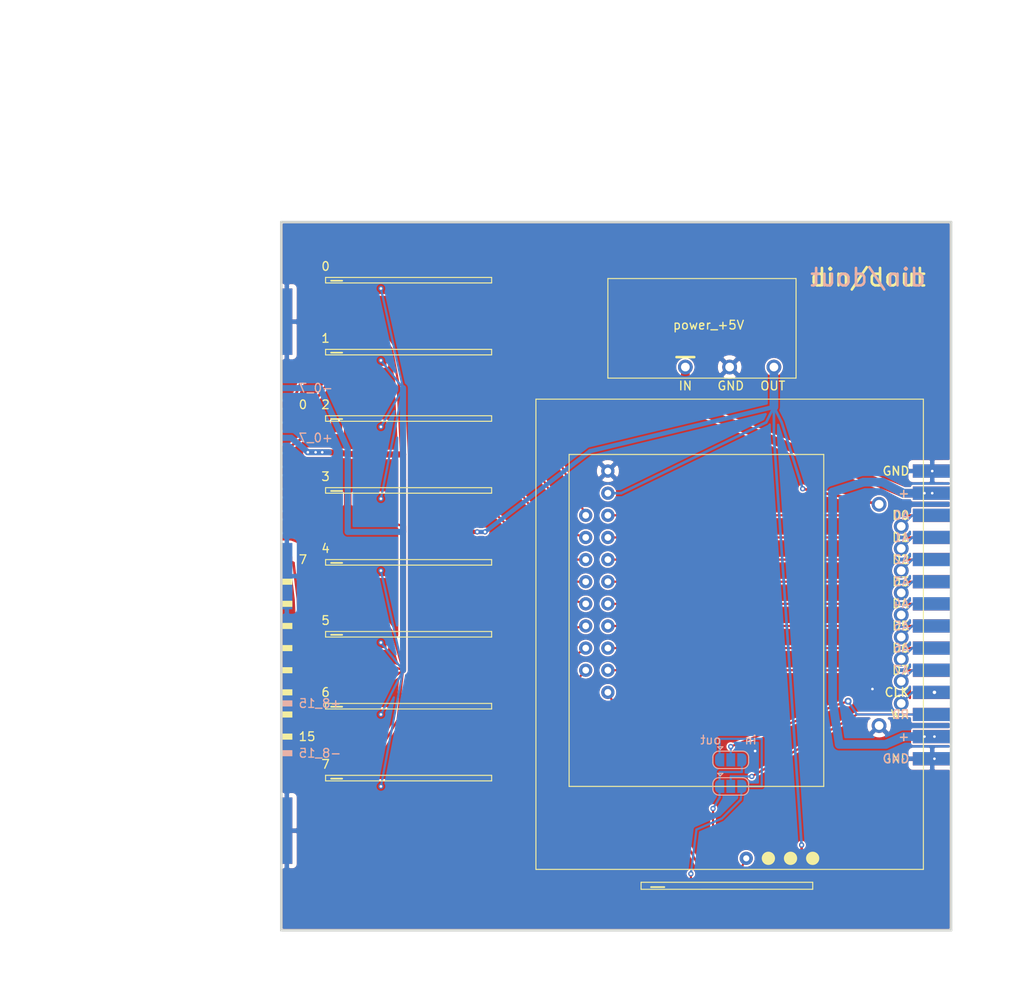
<source format=kicad_pcb>
(kicad_pcb (version 20171130) (host pcbnew 5.1.5+dfsg1-2build2)
  (layers (0 F.Cu signal) (31 B.Cu signal) (34 B.Paste user) (35 F.Paste user) (36 B.SilkS user) (37 F.SilkS user) (38 B.Mask user) (39 F.Mask user) (44 Edge.Cuts user))
  (net 0 "")
  (net 1 OUT1)
  (net 2 OUT2)
  (net 3 OUT3)
  (net 4 OUT4)
  (net 5 OUT5)
  (net 6 OUT6)
  (net 7 OUT7)
  (net 8 GND)
  (net 9 OPL1)
  (net 10 OPL2)
  (net 11 OPL3)
  (net 12 OPL4)
  (net 13 OPL5)
  (net 14 OPL6)
  (net 15 OPL7)
  (net 16 +5V)
  (net 17 CLK)
  (net 18 A7)
  (net 19 A6)
  (net 20 A5)
  (net 21 A4)
  (net 22 A3)
  (net 23 A2)
  (net 24 A1)
  (net 25 A0)
  (net 26 D7)
  (net 27 D6)
  (net 28 D5)
  (net 29 D4)
  (net 30 D3)
  (net 31 D2)
  (net 32 D1)
  (net 33 D0)
  (net 34 OPL0)
  (net 35 WR)
  (net 36 RD)
  (net 37 OUT0)
  (net 38 S0)
  (net 39 SW0)
  (net 40 "Net-(J1-Pad16)")
  (net 41 "Net-(J1-Pad15)")
  (net 42 "Net-(J1-Pad20)")
  (net 43 "Net-(J1-Pad19)")
  (net 44 "Net-(J1-Pad14)")
  (net 45 "Net-(J1-Pad13)")
  (net 46 "Net-(J1-Pad12)")
  (net 47 "Net-(J1-Pad11)")
  (net 48 "Net-(J1-Pad10)")
  (net 49 "Net-(J1-Pad9)")
  (net 50 "Net-(J12-Pad15)")
  (net 51 VP0_7)
  (net 52 VM0_7)
  (net 53 "Net-(J12-Pad14)")
  (net 54 "Net-(J12-Pad13)")
  (net 55 YES)
  (net 56 NO)
  (net 57 VPBUS)
  (module plc88:power_i (layer F.Cu) (at -4.445 0.127)
    (fp_text reference J14)
    (fp_text value power_+5V (at 9.017 5.334) (layer F.SilkS))
    (fp_line (start 19.05 0) (end 19.05 11.43) (layer F.SilkS) (width 0.12))
    (fp_line (start -2.54 0) (end 19.05 0) (layer F.SilkS) (width 0.12))
    (fp_line (start -2.54 11.43) (end -2.54 0) (layer F.SilkS) (width 0.12))
    (fp_line (start 19.05 11.43) (end -2.54 11.43) (layer F.SilkS) (width 0.12))
    (fp_text user IN (at 6.35 12.319) (layer F.SilkS))
    (fp_text user GND (at 11.557 12.319) (layer F.SilkS))
    (fp_text user OUT (at 16.383 12.319) (layer F.SilkS))
    (fp_line (start 5.334 9.017) (end 7.366 9.017) (layer F.SilkS) (width 0.3))
    (pad 3 thru_hole circle (at 11.43 10.16) (size 1.7 1.7) (drill 1) (layers *.Cu *.Mask) (net 8 GND))
    (pad 2 thru_hole circle (at 16.51 10.16) (size 1.7 1.7) (drill 1) (layers *.Cu *.Mask) (net 16 +5V))
    (pad 1 thru_hole circle (at 6.35 10.16) (size 1.7 1.7) (drill 1) (layers *.Cu *.Mask) (net 57 VPBUS))
  )
  (module plc88:bus_im (layer F.Cu) (at 30.226 22.225)
    (fp_text reference J13 hide)
    (fp_text value bus_i hide)
    (fp_text user WR (at -2.54 27.94) (layer F.SilkS) (effects (justify right)))
    (fp_text user RD (at -2.54 27.94) (layer B.SilkS) (effects (justify left mirror)))
    (fp_text user GND (at -2.54 0) (layer F.SilkS) (effects (justify right)))
    (fp_text user + (at -2.54 2.54) (layer B.SilkS) (effects (justify left mirror)))
    (fp_text user GND (at -2.54 33.02) (layer B.SilkS) (effects (justify left mirror)))
    (fp_text user + (at -2.54 30.48) (layer B.SilkS) (effects (justify left mirror)))
    (fp_text user CLK (at -2.54 25.4) (layer F.SilkS) (effects (justify right)))
    (fp_text user A7 (at -2.54 22.86) (layer B.SilkS) (effects (justify left mirror)))
    (fp_text user A6 (at -2.54 20.32) (layer B.SilkS) (effects (justify left mirror)))
    (fp_text user A5 (at -2.54 17.78) (layer B.SilkS) (effects (justify left mirror)))
    (fp_text user A4 (at -2.54 15.24) (layer B.SilkS) (effects (justify left mirror)))
    (fp_text user A3 (at -2.54 12.7) (layer B.SilkS) (effects (justify left mirror)))
    (fp_text user A2 (at -2.54 10.16) (layer B.SilkS) (effects (justify left mirror)))
    (fp_text user A1 (at -2.54 7.62) (layer B.SilkS) (effects (justify left mirror)))
    (fp_text user A0 (at -2.54 5.08) (layer B.SilkS) (effects (justify left mirror)))
    (fp_text user D7 (at -2.54 22.86) (layer F.SilkS) (effects (justify right)))
    (fp_text user CLK (at -2.54 25.4) (layer F.SilkS) (effects (justify right)))
    (fp_text user + (at -2.54 30.48) (layer F.SilkS) (effects (justify right)))
    (fp_text user GND (at -2.54 33.02) (layer F.SilkS) (effects (justify right)))
    (fp_text user D6 (at -2.54 20.32) (layer F.SilkS) (effects (justify right)))
    (fp_text user D5 (at -2.54 17.78) (layer F.SilkS) (effects (justify right)))
    (fp_text user D4 (at -2.54 15.24) (layer F.SilkS) (effects (justify right)))
    (fp_text user D3 (at -2.54 12.7) (layer F.SilkS) (effects (justify right)))
    (fp_text user D2 (at -2.54 10.16) (layer F.SilkS) (effects (justify right)))
    (fp_text user D1 (at -2.54 7.62) (layer F.SilkS) (effects (justify right)))
    (fp_text user D0 (at -2.54 5.08) (layer F.SilkS) (effects (justify right)))
    (fp_text user + (at -2.54 2.54) (layer F.SilkS) (effects (justify right)))
    (fp_text user GND (at -2.54 0) (layer F.SilkS) (effects (justify right)))
    (fp_text user + (at -2.54 2.54) (layer F.SilkS) (effects (justify right)))
    (pad 24 smd rect (at 0 27.94) (size 4.445 1.524) (layers F.Cu F.Paste F.Mask) (net 35 WR))
    (pad 23 smd rect (at 0 27.94) (size 4.445 1.524) (layers B.Cu B.Paste B.Mask) (net 36 RD))
    (pad 28 smd rect (at 0 33.02) (size 4.445 1.524) (layers F.Cu F.Paste F.Mask) (net 8 GND))
    (pad 26 smd rect (at 0 30.48) (size 4.445 1.524) (layers F.Cu F.Paste F.Mask) (net 57 VPBUS))
    (pad 22 smd rect (at 0 25.4) (size 4.445 1.524) (layers F.Cu F.Paste F.Mask) (net 17 CLK))
    (pad 20 smd rect (at 0 22.86) (size 4.445 1.524) (layers F.Cu F.Paste F.Mask) (net 26 D7))
    (pad 18 smd rect (at 0 20.32) (size 4.445 1.524) (layers F.Cu F.Paste F.Mask) (net 27 D6))
    (pad 16 smd rect (at 0 17.78) (size 4.445 1.524) (layers F.Cu F.Paste F.Mask) (net 28 D5))
    (pad 14 smd rect (at 0 15.24) (size 4.445 1.524) (layers F.Cu F.Paste F.Mask) (net 29 D4))
    (pad 12 smd rect (at 0 12.7) (size 4.445 1.524) (layers F.Cu F.Paste F.Mask) (net 30 D3))
    (pad 10 smd rect (at 0 10.16) (size 4.445 1.524) (layers F.Cu F.Paste F.Mask) (net 31 D2))
    (pad 8 smd rect (at 0 7.62) (size 4.445 1.524) (layers F.Cu F.Paste F.Mask) (net 32 D1))
    (pad 6 smd rect (at 0 5.08) (size 4.445 1.524) (layers F.Cu F.Paste F.Mask) (net 33 D0))
    (pad 4 smd rect (at 0 2.54) (size 4.445 1.524) (layers F.Cu F.Paste F.Mask) (net 57 VPBUS))
    (pad 2 smd rect (at 0 0) (size 4.445 1.524) (layers F.Cu F.Paste F.Mask) (net 8 GND))
    (pad 9 smd rect (at 0 10.16) (size 4.445 1.524) (layers B.Cu B.Paste B.Mask) (net 23 A2))
    (pad 27 smd rect (at 0 33.02) (size 4.445 1.524) (layers B.Cu B.Paste B.Mask) (net 8 GND))
    (pad 25 smd rect (at 0 30.48) (size 4.445 1.524) (layers B.Cu B.Paste B.Mask) (net 57 VPBUS))
    (pad 21 smd rect (at 0 25.4) (size 4.445 1.524) (layers B.Cu B.Paste B.Mask) (net 17 CLK))
    (pad 19 smd rect (at 0 22.86) (size 4.445 1.524) (layers B.Cu B.Paste B.Mask) (net 18 A7))
    (pad 17 smd rect (at 0 20.32) (size 4.445 1.524) (layers B.Cu B.Paste B.Mask) (net 19 A6))
    (pad 15 smd rect (at 0 17.78) (size 4.445 1.524) (layers B.Cu B.Paste B.Mask) (net 20 A5))
    (pad 13 smd rect (at 0 15.24) (size 4.445 1.524) (layers B.Cu B.Paste B.Mask) (net 21 A4))
    (pad 11 smd rect (at 0 12.7) (size 4.445 1.524) (layers B.Cu B.Paste B.Mask) (net 22 A3))
    (pad 7 smd rect (at 0 7.62) (size 4.445 1.524) (layers B.Cu B.Paste B.Mask) (net 24 A1))
    (pad 5 smd rect (at 0 5.08) (size 4.445 1.524) (layers B.Cu B.Paste B.Mask) (net 25 A0))
    (pad 3 smd rect (at 0 2.54) (size 4.445 1.524) (layers B.Cu B.Paste B.Mask) (net 57 VPBUS))
    (pad 1 smd rect (at 0 0) (size 4.445 1.524) (layers B.Cu B.Paste B.Mask) (net 8 GND))
  )
  (module plc88:fm16_im (layer F.Cu) (at -41.275 5.715)
    (fp_text reference J1 hide)
    (fp_text value fm16_i hide)
    (fp_text user 15 (at -1.27 46.99) (layer F.SilkS) (effects (justify left)))
    (fp_text user 7 (at -1.27 26.67) (layer F.SilkS) (effects (justify left)))
    (fp_text user 0 (at -1.27 8.89) (layer F.SilkS) (effects (justify left)))
    (fp_text user -8_15 (at -1.27 48.895) (layer B.SilkS) (effects (justify right mirror)))
    (fp_text user +8_15 (at -1.27 43.18) (layer B.SilkS) (effects (justify right mirror)))
    (fp_text user -0_7 (at -1.27 6.985) (layer B.SilkS) (effects (justify right mirror)))
    (fp_text user +0_7 (at -1.27 12.7) (layer B.SilkS) (effects (justify right mirror)))
    (pad 25 smd rect (at -2.54 57.785) (size 1.27 7.62) (layers F.Cu F.Paste F.Mask) (net 8 GND))
    (pad 24 smd rect (at -2.54 -0.635) (size 1.27 7.62) (layers F.Cu F.Paste F.Mask) (net 8 GND))
    (pad 23 smd rect (at -2.54 57.785) (size 1.27 7.62) (layers B.Cu B.Paste B.Mask) (net 8 GND))
    (pad 22 smd rect (at -2.54 28.575) (size 1.27 7.62) (layers B.Cu B.Paste B.Mask) (net 8 GND))
    (pad 21 smd rect (at -2.54 -0.635) (size 1.27 7.62) (layers B.Cu B.Paste B.Mask) (net 8 GND))
    (pad 20 smd rect (at -2.54 48.895) (size 1.27 0.7) (layers B.SilkS) (net 42 "Net-(J1-Pad20)"))
    (pad 19 smd rect (at -2.54 43.18) (size 1.27 0.7) (layers B.SilkS) (net 43 "Net-(J1-Pad19)"))
    (pad 18 smd rect (at -2.54 12.7) (size 1.27 0.7) (layers B.Cu B.Paste B.Mask) (net 51 VP0_7))
    (pad 17 smd rect (at -2.54 6.985) (size 1.27 0.7) (layers B.Cu B.Paste B.Mask) (net 52 VM0_7))
    (pad 16 smd rect (at -2.54 46.99) (size 1.27 0.7) (layers F.SilkS) (net 40 "Net-(J1-Pad16)"))
    (pad 15 smd rect (at -2.54 44.45) (size 1.27 0.7) (layers F.SilkS) (net 41 "Net-(J1-Pad15)"))
    (pad 14 smd rect (at -2.54 41.91) (size 1.27 0.7) (layers F.SilkS) (net 44 "Net-(J1-Pad14)"))
    (pad 13 smd rect (at -2.54 39.37) (size 1.27 0.7) (layers F.SilkS) (net 45 "Net-(J1-Pad13)"))
    (pad 12 smd rect (at -2.54 36.83) (size 1.27 0.7) (layers F.SilkS) (net 46 "Net-(J1-Pad12)"))
    (pad 11 smd rect (at -2.54 34.29) (size 1.27 0.7) (layers F.SilkS) (net 47 "Net-(J1-Pad11)"))
    (pad 10 smd rect (at -2.54 31.75) (size 1.27 0.7) (layers F.SilkS) (net 48 "Net-(J1-Pad10)"))
    (pad 9 smd rect (at -2.54 29.21) (size 1.27 0.7) (layers F.SilkS) (net 49 "Net-(J1-Pad9)"))
    (pad 8 smd rect (at -2.54 26.67) (size 1.27 0.7) (layers F.Cu F.Paste F.Mask) (net 7 OUT7))
    (pad 7 smd rect (at -2.54 24.13) (size 1.27 0.7) (layers F.Cu F.Paste F.Mask) (net 6 OUT6))
    (pad 6 smd rect (at -2.54 21.59) (size 1.27 0.7) (layers F.Cu F.Paste F.Mask) (net 5 OUT5))
    (pad 5 smd rect (at -2.54 19.05) (size 1.27 0.7) (layers F.Cu F.Paste F.Mask) (net 4 OUT4))
    (pad 4 smd rect (at -2.54 16.51) (size 1.27 0.7) (layers F.Cu F.Paste F.Mask) (net 3 OUT3))
    (pad 3 smd rect (at -2.54 13.97) (size 1.27 0.7) (layers F.Cu F.Paste F.Mask) (net 2 OUT2))
    (pad 2 smd rect (at -2.54 11.43) (size 1.27 0.7) (layers F.Cu F.Paste F.Mask) (net 1 OUT1))
    (pad 1 smd rect (at -2.54 8.89) (size 1.27 0.7) (layers F.Cu F.Paste F.Mask) (net 37 OUT0))
  )
  (module plc88:data_manager_i (layer F.Cu) (at -4.445 19.685)
    (fp_text reference J10 hide)
    (fp_text value data_manager_i)
    (fp_line (start -6.985 38.735) (end -6.985 0.635) (layer F.SilkS) (width 0.12))
    (fp_line (start 22.225 38.735) (end -6.985 38.735) (layer F.SilkS) (width 0.12))
    (fp_line (start 22.225 0.635) (end 22.225 38.735) (layer F.SilkS) (width 0.12))
    (fp_line (start -6.985 0.635) (end 22.225 0.635) (layer F.SilkS) (width 0.12))
    (pad 19 thru_hole circle (at -2.54 27.94) (size 1.524 1.524) (drill 0.762) (layers *.Cu *.Mask) (net 39 SW0))
    (pad 18 thru_hole circle (at -2.54 5.08) (size 1.524 1.524) (drill 0.762) (layers *.Cu *.Mask) (net 16 +5V))
    (pad 17 thru_hole circle (at -2.54 2.54) (size 1.524 1.524) (drill 0.762) (layers *.Cu *.Mask) (net 8 GND))
    (pad 16 thru_hole circle (at -2.54 25.4) (size 1.524 1.524) (drill 0.762) (layers *.Cu *.Mask) (net 26 D7))
    (pad 15 thru_hole circle (at -5.08 25.4) (size 1.524 1.524) (drill 0.762) (layers *.Cu *.Mask) (net 15 OPL7))
    (pad 14 thru_hole circle (at -2.54 22.86) (size 1.524 1.524) (drill 0.762) (layers *.Cu *.Mask) (net 27 D6))
    (pad 13 thru_hole circle (at -5.08 22.86) (size 1.524 1.524) (drill 0.762) (layers *.Cu *.Mask) (net 14 OPL6))
    (pad 12 thru_hole circle (at -2.54 20.32) (size 1.524 1.524) (drill 0.762) (layers *.Cu *.Mask) (net 28 D5))
    (pad 11 thru_hole circle (at -5.08 20.32) (size 1.524 1.524) (drill 0.762) (layers *.Cu *.Mask) (net 13 OPL5))
    (pad 10 thru_hole circle (at -2.54 17.78) (size 1.524 1.524) (drill 0.762) (layers *.Cu *.Mask) (net 29 D4))
    (pad 9 thru_hole circle (at -5.08 17.78) (size 1.524 1.524) (drill 0.762) (layers *.Cu *.Mask) (net 12 OPL4))
    (pad 8 thru_hole circle (at -2.54 15.24) (size 1.524 1.524) (drill 0.762) (layers *.Cu *.Mask) (net 30 D3))
    (pad 7 thru_hole circle (at -5.08 15.24) (size 1.524 1.524) (drill 0.762) (layers *.Cu *.Mask) (net 11 OPL3))
    (pad 6 thru_hole circle (at -2.54 12.7) (size 1.524 1.524) (drill 0.762) (layers *.Cu *.Mask) (net 31 D2))
    (pad 5 thru_hole circle (at -5.08 12.7) (size 1.524 1.524) (drill 0.762) (layers *.Cu *.Mask) (net 10 OPL2))
    (pad 4 thru_hole circle (at -2.54 10.16) (size 1.524 1.524) (drill 0.762) (layers *.Cu *.Mask) (net 32 D1))
    (pad 3 thru_hole circle (at -5.08 10.16) (size 1.524 1.524) (drill 0.762) (layers *.Cu *.Mask) (net 9 OPL1))
    (pad 2 thru_hole circle (at -2.54 7.62) (size 1.524 1.524) (drill 0.762) (layers *.Cu *.Mask) (net 33 D0))
    (pad 1 thru_hole circle (at -5.08 7.62) (size 1.524 1.524) (drill 0.762) (layers *.Cu *.Mask) (net 34 OPL0))
  )
  (module plc88:dio_channel_i (layer F.Cu) (at -31.115 55.88)
    (fp_text reference J9 hide)
    (fp_text value 7 (at -8.255 0) (layer F.SilkS))
    (fp_line (start -7.62 1.651) (end -6.35 1.651) (layer F.SilkS) (width 0.2))
    (fp_line (start -8.255 1.905) (end -8.255 1.27) (layer F.SilkS) (width 0.12))
    (fp_line (start 10.795 1.905) (end -8.255 1.905) (layer F.SilkS) (width 0.12))
    (fp_line (start 10.795 1.27) (end 10.795 1.905) (layer F.SilkS) (width 0.12))
    (fp_line (start -8.255 1.27) (end 10.795 1.27) (layer F.SilkS) (width 0.12))
    (pad 4 smd rect (at 4.445 2.54) (size 1.27 1.27) (layers F.Cu F.Paste F.Mask) (net 8 GND))
    (pad 6 smd rect (at 9.525 2.54) (size 1.27 1.27) (layers F.Cu F.Paste F.Mask) (net 15 OPL7))
    (pad 5 smd rect (at 6.985 2.54) (size 1.27 1.27) (layers F.Cu F.Paste F.Mask) (net 16 +5V))
    (pad 3 smd rect (at -1.905 2.54) (size 1.27 1.27) (layers F.Cu F.Paste F.Mask) (net 52 VM0_7))
    (pad 2 smd rect (at -4.445 2.54) (size 1.27 1.27) (layers F.Cu F.Paste F.Mask) (net 51 VP0_7))
    (pad 1 smd rect (at -6.985 2.54) (size 1.27 1.27) (layers F.Cu F.Paste F.Mask) (net 7 OUT7))
  )
  (module plc88:dio_channel_i (layer F.Cu) (at -31.115 47.625)
    (fp_text reference J8 hide)
    (fp_text value 6 (at -8.255 0) (layer F.SilkS))
    (fp_line (start -7.62 1.651) (end -6.35 1.651) (layer F.SilkS) (width 0.2))
    (fp_line (start -8.255 1.905) (end -8.255 1.27) (layer F.SilkS) (width 0.12))
    (fp_line (start 10.795 1.905) (end -8.255 1.905) (layer F.SilkS) (width 0.12))
    (fp_line (start 10.795 1.27) (end 10.795 1.905) (layer F.SilkS) (width 0.12))
    (fp_line (start -8.255 1.27) (end 10.795 1.27) (layer F.SilkS) (width 0.12))
    (pad 4 smd rect (at 4.445 2.54) (size 1.27 1.27) (layers F.Cu F.Paste F.Mask) (net 8 GND))
    (pad 6 smd rect (at 9.525 2.54) (size 1.27 1.27) (layers F.Cu F.Paste F.Mask) (net 14 OPL6))
    (pad 5 smd rect (at 6.985 2.54) (size 1.27 1.27) (layers F.Cu F.Paste F.Mask) (net 16 +5V))
    (pad 3 smd rect (at -1.905 2.54) (size 1.27 1.27) (layers F.Cu F.Paste F.Mask) (net 52 VM0_7))
    (pad 2 smd rect (at -4.445 2.54) (size 1.27 1.27) (layers F.Cu F.Paste F.Mask) (net 51 VP0_7))
    (pad 1 smd rect (at -6.985 2.54) (size 1.27 1.27) (layers F.Cu F.Paste F.Mask) (net 6 OUT6))
  )
  (module plc88:dio_channel_i (layer F.Cu) (at -31.115 39.37)
    (fp_text reference J7 hide)
    (fp_text value 5 (at -8.255 0) (layer F.SilkS))
    (fp_line (start -7.62 1.651) (end -6.35 1.651) (layer F.SilkS) (width 0.2))
    (fp_line (start -8.255 1.905) (end -8.255 1.27) (layer F.SilkS) (width 0.12))
    (fp_line (start 10.795 1.905) (end -8.255 1.905) (layer F.SilkS) (width 0.12))
    (fp_line (start 10.795 1.27) (end 10.795 1.905) (layer F.SilkS) (width 0.12))
    (fp_line (start -8.255 1.27) (end 10.795 1.27) (layer F.SilkS) (width 0.12))
    (pad 4 smd rect (at 4.445 2.54) (size 1.27 1.27) (layers F.Cu F.Paste F.Mask) (net 8 GND))
    (pad 6 smd rect (at 9.525 2.54) (size 1.27 1.27) (layers F.Cu F.Paste F.Mask) (net 13 OPL5))
    (pad 5 smd rect (at 6.985 2.54) (size 1.27 1.27) (layers F.Cu F.Paste F.Mask) (net 16 +5V))
    (pad 3 smd rect (at -1.905 2.54) (size 1.27 1.27) (layers F.Cu F.Paste F.Mask) (net 52 VM0_7))
    (pad 2 smd rect (at -4.445 2.54) (size 1.27 1.27) (layers F.Cu F.Paste F.Mask) (net 51 VP0_7))
    (pad 1 smd rect (at -6.985 2.54) (size 1.27 1.27) (layers F.Cu F.Paste F.Mask) (net 5 OUT5))
  )
  (module plc88:dio_channel_i (layer F.Cu) (at -31.115 31.115)
    (fp_text reference J6 hide)
    (fp_text value 4 (at -8.255 0) (layer F.SilkS))
    (fp_line (start -7.62 1.651) (end -6.35 1.651) (layer F.SilkS) (width 0.2))
    (fp_line (start -8.255 1.905) (end -8.255 1.27) (layer F.SilkS) (width 0.12))
    (fp_line (start 10.795 1.905) (end -8.255 1.905) (layer F.SilkS) (width 0.12))
    (fp_line (start 10.795 1.27) (end 10.795 1.905) (layer F.SilkS) (width 0.12))
    (fp_line (start -8.255 1.27) (end 10.795 1.27) (layer F.SilkS) (width 0.12))
    (pad 4 smd rect (at 4.445 2.54) (size 1.27 1.27) (layers F.Cu F.Paste F.Mask) (net 8 GND))
    (pad 6 smd rect (at 9.525 2.54) (size 1.27 1.27) (layers F.Cu F.Paste F.Mask) (net 12 OPL4))
    (pad 5 smd rect (at 6.985 2.54) (size 1.27 1.27) (layers F.Cu F.Paste F.Mask) (net 16 +5V))
    (pad 3 smd rect (at -1.905 2.54) (size 1.27 1.27) (layers F.Cu F.Paste F.Mask) (net 52 VM0_7))
    (pad 2 smd rect (at -4.445 2.54) (size 1.27 1.27) (layers F.Cu F.Paste F.Mask) (net 51 VP0_7))
    (pad 1 smd rect (at -6.985 2.54) (size 1.27 1.27) (layers F.Cu F.Paste F.Mask) (net 4 OUT4))
  )
  (module plc88:dio_channel_i (layer F.Cu) (at -31.115 22.86)
    (fp_text reference J5 hide)
    (fp_text value 3 (at -8.255 0) (layer F.SilkS))
    (fp_line (start -7.62 1.651) (end -6.35 1.651) (layer F.SilkS) (width 0.2))
    (fp_line (start -8.255 1.905) (end -8.255 1.27) (layer F.SilkS) (width 0.12))
    (fp_line (start 10.795 1.905) (end -8.255 1.905) (layer F.SilkS) (width 0.12))
    (fp_line (start 10.795 1.27) (end 10.795 1.905) (layer F.SilkS) (width 0.12))
    (fp_line (start -8.255 1.27) (end 10.795 1.27) (layer F.SilkS) (width 0.12))
    (pad 4 smd rect (at 4.445 2.54) (size 1.27 1.27) (layers F.Cu F.Paste F.Mask) (net 8 GND))
    (pad 6 smd rect (at 9.525 2.54) (size 1.27 1.27) (layers F.Cu F.Paste F.Mask) (net 11 OPL3))
    (pad 5 smd rect (at 6.985 2.54) (size 1.27 1.27) (layers F.Cu F.Paste F.Mask) (net 16 +5V))
    (pad 3 smd rect (at -1.905 2.54) (size 1.27 1.27) (layers F.Cu F.Paste F.Mask) (net 52 VM0_7))
    (pad 2 smd rect (at -4.445 2.54) (size 1.27 1.27) (layers F.Cu F.Paste F.Mask) (net 51 VP0_7))
    (pad 1 smd rect (at -6.985 2.54) (size 1.27 1.27) (layers F.Cu F.Paste F.Mask) (net 3 OUT3))
  )
  (module plc88:dio_channel_i (layer F.Cu) (at -31.115 14.605)
    (fp_text reference J4 hide)
    (fp_text value 2 (at -8.255 0) (layer F.SilkS))
    (fp_line (start -7.62 1.651) (end -6.35 1.651) (layer F.SilkS) (width 0.2))
    (fp_line (start -8.255 1.905) (end -8.255 1.27) (layer F.SilkS) (width 0.12))
    (fp_line (start 10.795 1.905) (end -8.255 1.905) (layer F.SilkS) (width 0.12))
    (fp_line (start 10.795 1.27) (end 10.795 1.905) (layer F.SilkS) (width 0.12))
    (fp_line (start -8.255 1.27) (end 10.795 1.27) (layer F.SilkS) (width 0.12))
    (pad 4 smd rect (at 4.445 2.54) (size 1.27 1.27) (layers F.Cu F.Paste F.Mask) (net 8 GND))
    (pad 6 smd rect (at 9.525 2.54) (size 1.27 1.27) (layers F.Cu F.Paste F.Mask) (net 10 OPL2))
    (pad 5 smd rect (at 6.985 2.54) (size 1.27 1.27) (layers F.Cu F.Paste F.Mask) (net 16 +5V))
    (pad 3 smd rect (at -1.905 2.54) (size 1.27 1.27) (layers F.Cu F.Paste F.Mask) (net 52 VM0_7))
    (pad 2 smd rect (at -4.445 2.54) (size 1.27 1.27) (layers F.Cu F.Paste F.Mask) (net 51 VP0_7))
    (pad 1 smd rect (at -6.985 2.54) (size 1.27 1.27) (layers F.Cu F.Paste F.Mask) (net 2 OUT2))
  )
  (module plc88:dio_channel_i (layer F.Cu) (at -31.115 6.985)
    (fp_text reference J3 hide)
    (fp_text value 1 (at -8.255 0) (layer F.SilkS))
    (fp_line (start -7.62 1.651) (end -6.35 1.651) (layer F.SilkS) (width 0.2))
    (fp_line (start -8.255 1.905) (end -8.255 1.27) (layer F.SilkS) (width 0.12))
    (fp_line (start 10.795 1.905) (end -8.255 1.905) (layer F.SilkS) (width 0.12))
    (fp_line (start 10.795 1.27) (end 10.795 1.905) (layer F.SilkS) (width 0.12))
    (fp_line (start -8.255 1.27) (end 10.795 1.27) (layer F.SilkS) (width 0.12))
    (pad 4 smd rect (at 4.445 2.54) (size 1.27 1.27) (layers F.Cu F.Paste F.Mask) (net 8 GND))
    (pad 6 smd rect (at 9.525 2.54) (size 1.27 1.27) (layers F.Cu F.Paste F.Mask) (net 9 OPL1))
    (pad 5 smd rect (at 6.985 2.54) (size 1.27 1.27) (layers F.Cu F.Paste F.Mask) (net 16 +5V))
    (pad 3 smd rect (at -1.905 2.54) (size 1.27 1.27) (layers F.Cu F.Paste F.Mask) (net 52 VM0_7))
    (pad 2 smd rect (at -4.445 2.54) (size 1.27 1.27) (layers F.Cu F.Paste F.Mask) (net 51 VP0_7))
    (pad 1 smd rect (at -6.985 2.54) (size 1.27 1.27) (layers F.Cu F.Paste F.Mask) (net 1 OUT1))
  )
  (module plc88:dio_channel_i (layer F.Cu) (at -31.115 -1.27)
    (fp_text reference J2 hide)
    (fp_text value 0 (at -8.255 0) (layer F.SilkS))
    (fp_line (start -7.62 1.651) (end -6.35 1.651) (layer F.SilkS) (width 0.2))
    (fp_line (start -8.255 1.905) (end -8.255 1.27) (layer F.SilkS) (width 0.12))
    (fp_line (start 10.795 1.905) (end -8.255 1.905) (layer F.SilkS) (width 0.12))
    (fp_line (start 10.795 1.27) (end 10.795 1.905) (layer F.SilkS) (width 0.12))
    (fp_line (start -8.255 1.27) (end 10.795 1.27) (layer F.SilkS) (width 0.12))
    (pad 4 smd rect (at 4.445 2.54) (size 1.27 1.27) (layers F.Cu F.Paste F.Mask) (net 8 GND))
    (pad 6 smd rect (at 9.525 2.54) (size 1.27 1.27) (layers F.Cu F.Paste F.Mask) (net 34 OPL0))
    (pad 5 smd rect (at 6.985 2.54) (size 1.27 1.27) (layers F.Cu F.Paste F.Mask) (net 16 +5V))
    (pad 3 smd rect (at -1.905 2.54) (size 1.27 1.27) (layers F.Cu F.Paste F.Mask) (net 52 VM0_7))
    (pad 2 smd rect (at -4.445 2.54) (size 1.27 1.27) (layers F.Cu F.Paste F.Mask) (net 51 VP0_7))
    (pad 1 smd rect (at -6.985 2.54) (size 1.27 1.27) (layers F.Cu F.Paste F.Mask) (net 37 OUT0))
  )
  (module Jumper:SolderJumper-3_P1.3mm_Open_RoundedPad1.0x1.5mm (layer B.Cu) (at 7.112 58.42)
    (fp_text reference JP2 hide)
    (fp_text value Jumper_3_Open hide)
    (fp_arc (start -1.35 0.3) (end -1.35 1) (angle 90) (layer B.SilkS) (width 0.12))
    (fp_arc (start -1.35 -0.3) (end -2.05 -0.3) (angle 90) (layer B.SilkS) (width 0.12))
    (fp_arc (start 1.35 -0.3) (end 1.35 -1) (angle 90) (layer B.SilkS) (width 0.12))
    (fp_arc (start 1.35 0.3) (end 2.05 0.3) (angle 90) (layer B.SilkS) (width 0.12))
    (fp_line (start -1.4 1) (end 1.4 1) (layer B.SilkS) (width 0.12))
    (fp_line (start 2.05 0.3) (end 2.05 -0.3) (layer B.SilkS) (width 0.12))
    (fp_line (start 1.4 -1) (end -1.4 -1) (layer B.SilkS) (width 0.12))
    (fp_line (start -2.05 -0.3) (end -2.05 0.3) (layer B.SilkS) (width 0.12))
    (fp_line (start -1.2 -1.2) (end -1.5 -1.5) (layer B.SilkS) (width 0.12))
    (fp_line (start -1.5 -1.5) (end -0.9 -1.5) (layer B.SilkS) (width 0.12))
    (fp_line (start -1.2 -1.2) (end -0.9 -1.5) (layer B.SilkS) (width 0.12))
    (pad 2 smd rect (at 0 0) (size 1 1.5) (layers B.Cu B.Mask) (net 35 WR))
    (pad 3 smd custom (at 1.3 0) (size 1 0.5) (layers B.Cu B.Mask) (net 56 NO) (options (clearance outline) (anchor rect)) (primitives (gr_circle (center 0 -0.25) (end 0.5 -0.25) (width 0)) (gr_circle (center 0 0.25) (end 0.5 0.25) (width 0)) (gr_poly (pts (xy -0.55 0.75) (xy 0 0.75) (xy 0 -0.75) (xy -0.55 -0.75)) (width 0))))
    (pad 1 smd custom (at -1.3 0) (size 1 0.5) (layers B.Cu B.Mask) (net 55 YES) (options (clearance outline) (anchor rect)) (primitives (gr_circle (center 0 -0.25) (end 0.5 -0.25) (width 0)) (gr_circle (center 0 0.25) (end 0.5 0.25) (width 0)) (gr_poly (pts (xy 0.55 0.75) (xy 0 0.75) (xy 0 -0.75) (xy 0.55 -0.75)) (width 0))))
  )
  (module Jumper:SolderJumper-3_P1.3mm_Open_RoundedPad1.0x1.5mm (layer B.Cu) (at 7.112 55.372)
    (fp_text reference JP1 hide)
    (fp_text value Jumper_3_Open hide)
    (fp_arc (start -1.35 0.3) (end -1.35 1) (angle 90) (layer B.SilkS) (width 0.12))
    (fp_arc (start -1.35 -0.3) (end -2.05 -0.3) (angle 90) (layer B.SilkS) (width 0.12))
    (fp_arc (start 1.35 -0.3) (end 1.35 -1) (angle 90) (layer B.SilkS) (width 0.12))
    (fp_arc (start 1.35 0.3) (end 2.05 0.3) (angle 90) (layer B.SilkS) (width 0.12))
    (fp_line (start -1.4 1) (end 1.4 1) (layer B.SilkS) (width 0.12))
    (fp_line (start 2.05 0.3) (end 2.05 -0.3) (layer B.SilkS) (width 0.12))
    (fp_line (start 1.4 -1) (end -1.4 -1) (layer B.SilkS) (width 0.12))
    (fp_line (start -2.05 -0.3) (end -2.05 0.3) (layer B.SilkS) (width 0.12))
    (fp_line (start -1.2 -1.2) (end -1.5 -1.5) (layer B.SilkS) (width 0.12))
    (fp_line (start -1.5 -1.5) (end -0.9 -1.5) (layer B.SilkS) (width 0.12))
    (fp_line (start -1.2 -1.2) (end -0.9 -1.5) (layer B.SilkS) (width 0.12))
    (fp_text user in (at 2.286 -2.286) (layer B.SilkS) (effects (justify mirror)))
    (fp_text user out (at -2.286 -2.286) (layer B.SilkS) (effects (justify mirror)))
    (pad 2 smd rect (at 0 0) (size 1 1.5) (layers B.Cu B.Mask) (net 36 RD))
    (pad 3 smd custom (at 1.3 0) (size 1 0.5) (layers B.Cu B.Mask) (net 55 YES) (options (clearance outline) (anchor rect)) (primitives (gr_circle (center 0 -0.25) (end 0.5 -0.25) (width 0)) (gr_circle (center 0 0.25) (end 0.5 0.25) (width 0)) (gr_poly (pts (xy -0.55 0.75) (xy 0 0.75) (xy 0 -0.75) (xy -0.55 -0.75)) (width 0))))
    (pad 1 smd custom (at -1.3 0) (size 1 0.5) (layers B.Cu B.Mask) (net 56 NO) (options (clearance outline) (anchor rect)) (primitives (gr_circle (center 0 -0.25) (end 0.5 -0.25) (width 0)) (gr_circle (center 0 0.25) (end 0.5 0.25) (width 0)) (gr_poly (pts (xy 0.55 0.75) (xy 0 0.75) (xy 0 -0.75) (xy 0.55 -0.75)) (width 0))))
  )
  (module plc88:selector4_i (layer F.Cu) (at 24.13 26.035)
    (fp_text reference J12 hide)
    (fp_text value selector4_i)
    (fp_line (start -39.37 -12.065) (end 5.08 -12.065) (layer F.SilkS) (width 0.12))
    (fp_line (start -39.37 41.91) (end -39.37 -12.065) (layer F.SilkS) (width 0.12))
    (fp_line (start 5.08 41.91) (end -39.37 41.91) (layer F.SilkS) (width 0.12))
    (fp_line (start 5.08 -12.065) (end 5.08 41.91) (layer F.SilkS) (width 0.12))
    (pad 13 smd circle (at -12.7 40.64) (size 1.524 1.524) (layers F.SilkS) (net 54 "Net-(J12-Pad13)"))
    (pad 12 thru_hole circle (at -15.24 40.64) (size 1.524 1.524) (drill 0.7) (layers *.Cu *.Mask) (net 38 S0))
    (pad 15 smd circle (at -7.62 40.64) (size 1.524 1.524) (layers F.SilkS) (net 50 "Net-(J12-Pad15)"))
    (pad 14 smd circle (at -10.16 40.64) (size 1.524 1.524) (layers F.SilkS) (net 53 "Net-(J12-Pad14)"))
    (pad 11 thru_hole circle (at 0 25.4) (size 1.7 1.7) (drill 1) (layers *.Cu *.Mask) (net 8 GND))
    (pad 10 thru_hole circle (at 2.54 22.86) (size 1.7 1.7) (drill 1) (layers *.Cu *.Mask) (net 17 CLK))
    (pad 9 thru_hole circle (at 2.54 20.32) (size 1.7 1.7) (drill 1) (layers *.Cu *.Mask) (net 18 A7))
    (pad 8 thru_hole circle (at 2.54 17.78) (size 1.7 1.7) (drill 1) (layers *.Cu *.Mask) (net 19 A6))
    (pad 7 thru_hole circle (at 2.54 15.24) (size 1.7 1.7) (drill 1) (layers *.Cu *.Mask) (net 20 A5))
    (pad 6 thru_hole circle (at 2.54 12.7) (size 1.7 1.7) (drill 1) (layers *.Cu *.Mask) (net 21 A4))
    (pad 5 thru_hole circle (at 2.54 10.16) (size 1.7 1.7) (drill 1) (layers *.Cu *.Mask) (net 22 A3))
    (pad 4 thru_hole circle (at 2.54 7.62) (size 1.7 1.7) (drill 1) (layers *.Cu *.Mask) (net 23 A2))
    (pad 3 thru_hole circle (at 2.54 5.08) (size 1.7 1.7) (drill 1) (layers *.Cu *.Mask) (net 24 A1))
    (pad 2 thru_hole circle (at 2.54 2.54) (size 1.7 1.7) (drill 1) (layers *.Cu *.Mask) (net 25 A0))
    (pad 1 thru_hole circle (at 0 0) (size 1.7 1.7) (drill 1) (layers *.Cu *.Mask) (net 16 +5V))
  )
  (module plc88:wrs_i (layer F.Cu) (at 5.715 68.326)
    (fp_text reference J11 hide)
    (fp_text value wrs_i hide)
    (fp_line (start -7.747 1.651) (end -6.223 1.651) (layer F.SilkS) (width 0.2))
    (fp_line (start -8.89 1.9) (end -8.89 1.1) (layer F.SilkS) (width 0.12))
    (fp_line (start 10.795 1.9) (end -8.89 1.905) (layer F.SilkS) (width 0.12))
    (fp_line (start 10.8 1.1) (end 10.8 1.9) (layer F.SilkS) (width 0.12))
    (fp_line (start -8.89 1.1) (end 10.8 1.1) (layer F.SilkS) (width 0.12))
    (pad 6 smd rect (at 8.89 2.54) (size 1.27 1.27) (layers F.Cu F.Paste F.Mask) (net 16 +5V))
    (pad 5 smd rect (at 4.445 2.54) (size 1.27 1.27) (layers F.Cu F.Paste F.Mask) (net 39 SW0))
    (pad 4 smd rect (at 1.905 2.54) (size 1.27 1.27) (layers F.Cu F.Paste F.Mask) (net 38 S0))
    (pad 3 smd rect (at -0.635 2.54) (size 1.27 1.27) (layers F.Cu F.Paste F.Mask) (net 55 YES))
    (pad 2 smd rect (at -3.175 2.54) (size 1.27 1.27) (layers F.Cu F.Paste F.Mask) (net 56 NO))
    (pad 1 smd rect (at -6.985 2.54) (size 1.27 1.27) (layers F.Cu F.Paste F.Mask) (net 8 GND))
  )
  (gr_text din/dout (at 22.86 0) (layer F.SilkS) (effects (font (size 2 2) (thickness 0.3))))
  (gr_text din/dout (at 22.86 0) (layer B.SilkS) (effects (font (size 2 2) (thickness 0.3)) (justify mirror)))
  (gr_line (start 32.385 74.93) (end -44.45 74.93) (layer Edge.Cuts) (width 0.3))
  (gr_line (start -44.45 74.93) (end -44.45 -6.35) (layer Edge.Cuts) (width 0.3))
  (gr_line (start -44.45 -6.35) (end 32.385 -6.35) (layer Edge.Cuts) (width 0.3))
  (gr_line (start 32.385 -6.35) (end 32.385 74.93) (layer Edge.Cuts) (width 0.3))
  (via (at 30.226 22.225) (size 0.6) (drill 0.3) (layers F.Cu B.Cu) (net 8))
  (segment (start -38.1 10.795) (end -38.1 9.525) (width 0.3) (layer F.Cu) (net 1))
  (segment (start -42.418 16.637) (end -38.1 10.795) (width 0.3) (layer F.Cu) (net 1))
  (segment (start -43.815 17.145) (end -42.418 16.637) (width 0.3) (layer F.Cu) (net 1))
  (segment (start -42.545 18.796) (end -43.815 19.685) (width 0.3) (layer F.Cu) (net 2))
  (segment (start -40.005 17.145) (end -42.545 18.796) (width 0.3) (layer F.Cu) (net 2))
  (segment (start -38.1 17.145) (end -40.005 17.145) (width 0.3) (layer F.Cu) (net 2))
  (segment (start -42.799 22.225) (end -43.815 22.225) (width 0.3) (layer F.Cu) (net 3))
  (segment (start -38.1 25.4) (end -42.799 22.225) (width 0.3) (layer F.Cu) (net 3))
  (segment (start -38.1 32.385) (end -41.148 26.67) (width 0.3) (layer F.Cu) (net 4))
  (segment (start -41.148 26.67) (end -43.815 24.765) (width 0.3) (layer F.Cu) (net 4))
  (segment (start -38.1 33.655) (end -38.1 32.385) (width 0.3) (layer F.Cu) (net 4))
  (segment (start -39.37 35.56) (end -38.1 41.91) (width 0.3) (layer F.Cu) (net 5))
  (segment (start -42.164 27.94) (end -39.37 35.56) (width 0.3) (layer F.Cu) (net 5))
  (segment (start -43.815 27.305) (end -42.164 27.94) (width 0.3) (layer F.Cu) (net 5))
  (segment (start -40.005 43.815) (end -38.1 50.165) (width 0.3) (layer F.Cu) (net 6))
  (segment (start -41.402 36.83) (end -40.005 43.815) (width 0.3) (layer F.Cu) (net 6))
  (segment (start -42.545 30.353) (end -41.402 36.83) (width 0.3) (layer F.Cu) (net 6))
  (segment (start -43.815 29.845) (end -42.545 30.353) (width 0.3) (layer F.Cu) (net 6))
  (segment (start -42.545 36.957) (end -41.91 50.8) (width 0.3) (layer F.Cu) (net 7))
  (segment (start -41.91 50.8) (end -38.1 58.42) (width 0.3) (layer F.Cu) (net 7))
  (segment (start -43.053 32.766) (end -42.545 36.957) (width 0.3) (layer F.Cu) (net 7))
  (segment (start -43.815 32.385) (end -43.053 32.766) (width 0.3) (layer F.Cu) (net 7))
  (via (at 30.48 55.245) (size 0.6) (drill 0.3) (layers F.Cu B.Cu) (net 8))
  (via (at 23.368 47.244) (size 0.6) (drill 0.3) (layers F.Cu B.Cu) (net 8))
  (via (at 9.906 54.356) (size 0.6) (drill 0.3) (layers F.Cu B.Cu) (net 8))
  (segment (start -10.795 29.464) (end -9.525 29.845) (width 0.25) (layer F.Cu) (net 9))
  (segment (start -21.59 10.795) (end -10.795 29.464) (width 0.25) (layer F.Cu) (net 9))
  (segment (start -21.59 9.525) (end -21.59 10.795) (width 0.25) (layer F.Cu) (net 9))
  (segment (start -21.59 18.415) (end -11.43 32.385) (width 0.25) (layer F.Cu) (net 10))
  (segment (start -11.43 32.385) (end -9.525 32.385) (width 0.25) (layer F.Cu) (net 10))
  (segment (start -21.59 17.145) (end -21.59 18.415) (width 0.25) (layer F.Cu) (net 10))
  (segment (start -12.065 34.925) (end -9.525 34.925) (width 0.25) (layer F.Cu) (net 11))
  (segment (start -21.59 25.4) (end -12.065 34.925) (width 0.25) (layer F.Cu) (net 11))
  (segment (start -20.955 34.29) (end -9.525 37.465) (width 0.25) (layer F.Cu) (net 12))
  (segment (start -21.59 33.655) (end -20.955 34.29) (width 0.25) (layer F.Cu) (net 12))
  (segment (start -20.32 41.91) (end -9.525 40.005) (width 0.25) (layer F.Cu) (net 13))
  (segment (start -21.59 41.91) (end -20.32 41.91) (width 0.25) (layer F.Cu) (net 13))
  (segment (start -20.32 50.165) (end -9.525 42.545) (width 0.25) (layer F.Cu) (net 14))
  (segment (start -21.59 50.165) (end -20.32 50.165) (width 0.25) (layer F.Cu) (net 14))
  (segment (start -19.685 56.515) (end -9.525 45.085) (width 0.25) (layer F.Cu) (net 15))
  (segment (start -21.59 58.42) (end -19.685 56.515) (width 0.25) (layer F.Cu) (net 15))
  (segment (start 30.48 52.705) (end 30.48 52.705) (width 1) (layer B.Cu) (net 57))
  (via (at 30.48 52.705) (size 0.6) (drill 0.3) (layers F.Cu B.Cu) (net 57))
  (segment (start 24.13 26.035) (end 24.638 26.035) (width 0.5) (layer B.Cu) (net 16))
  (segment (start -24.13 -1.143) (end -20.193 -1.143) (width 0.5) (layer F.Cu) (net 16))
  (segment (start -24.13 1.27) (end -24.13 -1.143) (width 0.5) (layer F.Cu) (net 16))
  (segment (start -24.13 29.21) (end -21.971 29.21) (width 0.5) (layer F.Cu) (net 16))
  (segment (start -24.13 58.42) (end -24.13 29.21) (width 0.5) (layer F.Cu) (net 16))
  (segment (start -24.13 29.21) (end -24.13 1.27) (width 0.5) (layer F.Cu) (net 16))
  (segment (start -21.082 29.21) (end -21.082 29.21) (width 0.5) (layer F.Cu) (net 16))
  (via (at -21.082 29.21) (size 0.6) (drill 0.3) (layers F.Cu B.Cu) (net 16))
  (segment (start -21.971 29.21) (end -21.082 29.21) (width 0.5) (layer F.Cu) (net 16))
  (via (at -21.971 29.21) (size 0.6) (drill 0.3) (layers F.Cu B.Cu) (net 16))
  (segment (start -21.971 29.21) (end -21.082 29.21) (width 0.5) (layer B.Cu) (net 16))
  (segment (start -21.082 29.21) (end -9.017 19.939) (width 0.5) (layer B.Cu) (net 16))
  (segment (start -9.017 19.939) (end 12.065 14.859) (width 0.5) (layer B.Cu) (net 16))
  (segment (start 12.065 10.287) (end 12.065 14.859) (width 1) (layer B.Cu) (net 16))
  (segment (start 14.605 70.866) (end 14.605 69.342) (width 0.3) (layer F.Cu) (net 16))
  (segment (start 14.605 69.342) (end 15.24 67.31) (width 0.3) (layer F.Cu) (net 16))
  (segment (start 15.24 67.31) (end 15.24 65.151) (width 0.3) (layer F.Cu) (net 16))
  (segment (start 15.24 65.151) (end 15.24 65.151) (width 0.3) (layer F.Cu) (net 16))
  (via (at 15.24 65.151) (size 0.6) (drill 0.3) (layers F.Cu B.Cu) (net 16))
  (segment (start 11.176 16.637) (end 12.065 14.859) (width 0.3) (layer B.Cu) (net 16))
  (segment (start -5.461 24.765) (end 11.176 16.637) (width 0.3) (layer B.Cu) (net 16))
  (segment (start -6.985 24.765) (end -5.461 24.765) (width 0.3) (layer B.Cu) (net 16))
  (segment (start 12.065 18.288) (end 12.065 14.859) (width 0.3) (layer B.Cu) (net 16))
  (segment (start 14.351 51.943) (end 12.065 18.288) (width 0.3) (layer B.Cu) (net 16))
  (segment (start 15.24 65.151) (end 14.351 51.943) (width 0.3) (layer B.Cu) (net 16))
  (segment (start 12.954 16.637) (end 12.065 14.859) (width 0.3) (layer B.Cu) (net 16))
  (segment (start 15.367 24.257) (end 15.367 24.257) (width 0.3) (layer B.Cu) (net 16))
  (segment (start 15.367 24.257) (end 12.954 16.637) (width 0.3) (layer B.Cu) (net 16))
  (via (at 15.367 24.257) (size 0.6) (drill 0.3) (layers F.Cu B.Cu) (net 16))
  (segment (start 15.367 24.257) (end 24.13 26.035) (width 0.3) (layer F.Cu) (net 16))
  (segment (start 30.48 47.625) (end 30.48 47.625) (width 0.25) (layer B.Cu) (net 17))
  (via (at 30.48 47.625) (size 0.8) (drill 0.4) (layers F.Cu B.Cu) (net 17))
  (segment (start 27.94 47.625) (end 26.67 48.895) (width 0.25) (layer B.Cu) (net 17))
  (segment (start 30.48 47.625) (end 27.94 47.625) (width 0.25) (layer B.Cu) (net 17))
  (segment (start 27.94 45.085) (end 26.67 46.355) (width 0.25) (layer B.Cu) (net 18))
  (segment (start 30.48 45.085) (end 27.94 45.085) (width 0.25) (layer B.Cu) (net 18))
  (segment (start 27.94 42.545) (end 26.67 43.815) (width 0.25) (layer B.Cu) (net 19))
  (segment (start 30.48 42.545) (end 27.94 42.545) (width 0.25) (layer B.Cu) (net 19))
  (segment (start 27.94 40.005) (end 26.67 41.275) (width 0.25) (layer B.Cu) (net 20))
  (segment (start 30.48 40.005) (end 27.94 40.005) (width 0.25) (layer B.Cu) (net 20))
  (segment (start 27.94 37.465) (end 26.67 38.735) (width 0.25) (layer B.Cu) (net 21))
  (segment (start 30.48 37.465) (end 27.94 37.465) (width 0.25) (layer B.Cu) (net 21))
  (segment (start 27.94 34.925) (end 26.67 36.195) (width 0.25) (layer B.Cu) (net 22))
  (segment (start 30.48 34.925) (end 27.94 34.925) (width 0.25) (layer B.Cu) (net 22))
  (segment (start 27.94 32.385) (end 26.67 33.655) (width 0.25) (layer B.Cu) (net 23))
  (segment (start 30.48 32.385) (end 27.94 32.385) (width 0.25) (layer B.Cu) (net 23))
  (segment (start 27.94 29.845) (end 26.67 31.115) (width 0.25) (layer B.Cu) (net 24))
  (segment (start 30.48 29.845) (end 27.94 29.845) (width 0.25) (layer B.Cu) (net 24))
  (segment (start 27.94 27.305) (end 26.67 28.575) (width 0.25) (layer B.Cu) (net 25))
  (segment (start 30.48 27.305) (end 27.94 27.305) (width 0.25) (layer B.Cu) (net 25))
  (segment (start 22.225 45.085) (end -6.985 45.085) (width 0.25) (layer F.Cu) (net 26))
  (segment (start 30.48 45.085) (end 22.225 45.085) (width 0.25) (layer F.Cu) (net 26))
  (segment (start 23.495 42.545) (end 30.48 42.545) (width 0.25) (layer F.Cu) (net 27))
  (segment (start -6.985 42.545) (end 23.495 42.545) (width 0.25) (layer F.Cu) (net 27))
  (segment (start 22.225 40.005) (end -6.985 40.005) (width 0.25) (layer F.Cu) (net 28))
  (segment (start 30.48 40.005) (end 22.225 40.005) (width 0.25) (layer F.Cu) (net 28))
  (segment (start 23.495 37.465) (end 30.48 37.465) (width 0.25) (layer F.Cu) (net 29))
  (segment (start -6.985 37.465) (end 23.495 37.465) (width 0.25) (layer F.Cu) (net 29))
  (segment (start 22.225 34.925) (end -6.985 34.925) (width 0.25) (layer F.Cu) (net 30))
  (segment (start 30.48 34.925) (end 22.225 34.925) (width 0.25) (layer F.Cu) (net 30))
  (segment (start 23.495 32.385) (end 30.48 32.385) (width 0.25) (layer F.Cu) (net 31))
  (segment (start -6.985 32.385) (end 23.495 32.385) (width 0.25) (layer F.Cu) (net 31))
  (segment (start 13.335 29.845) (end -6.985 29.845) (width 0.25) (layer F.Cu) (net 32))
  (segment (start 30.48 29.845) (end 13.335 29.845) (width 0.25) (layer F.Cu) (net 32))
  (segment (start 15.24 27.305) (end 30.48 27.305) (width 0.25) (layer F.Cu) (net 33))
  (segment (start -6.985 27.305) (end 15.24 27.305) (width 0.25) (layer F.Cu) (net 33))
  (segment (start -21.59 2.54) (end -21.59 1.27) (width 0.25) (layer F.Cu) (net 34))
  (segment (start -9.525 27.305) (end -21.59 2.54) (width 0.25) (layer F.Cu) (net 34))
  (segment (start 7.112 57.277) (end 7.112 58.42) (width 0.25) (layer B.Cu) (net 35))
  (segment (start 9.525 57.277) (end 7.112 57.277) (width 0.25) (layer B.Cu) (net 35))
  (segment (start 21.59 50.165) (end 30.48 50.165) (width 0.25) (layer F.Cu) (net 35))
  (segment (start 9.525 57.277) (end 21.59 50.165) (width 0.25) (layer F.Cu) (net 35))
  (via (at 9.525 57.277) (size 0.6) (drill 0.3) (layers F.Cu B.Cu) (net 35))
  (segment (start 7.112 55.372) (end 7.112 53.848) (width 0.25) (layer B.Cu) (net 36))
  (via (at 7.112 53.848) (size 0.6) (drill 0.3) (layers F.Cu B.Cu) (net 36))
  (segment (start 19.05 49.149) (end 7.112 53.848) (width 0.25) (layer F.Cu) (net 36))
  (segment (start 20.574 48.641) (end 19.05 49.149) (width 0.25) (layer F.Cu) (net 36))
  (segment (start 21.59 50.165) (end 30.48 50.165) (width 0.25) (layer B.Cu) (net 36))
  (segment (start 20.574 48.641) (end 21.59 50.165) (width 0.25) (layer B.Cu) (net 36))
  (via (at 20.574 48.641) (size 0.8) (drill 0.4) (layers F.Cu B.Cu) (net 36))
  (segment (start -42.799 13.462) (end -38.1 2.54) (width 0.3) (layer F.Cu) (net 37))
  (segment (start -38.1 2.54) (end -38.1 1.27) (width 0.3) (layer F.Cu) (net 37))
  (segment (start -43.815 14.605) (end -42.799 13.462) (width 0.3) (layer F.Cu) (net 37))
  (segment (start 7.62 69.111628) (end 7.62 70.866) (width 0.25) (layer F.Cu) (net 38))
  (segment (start 8.89 66.675) (end 7.62 69.111628) (width 0.25) (layer F.Cu) (net 38))
  (segment (start 3.81 68.326) (end -6.985 47.625) (width 0.25) (layer F.Cu) (net 39))
  (segment (start 3.81 72.009) (end 3.81 68.326) (width 0.25) (layer F.Cu) (net 39))
  (segment (start 10.16 72.009) (end 3.81 72.009) (width 0.25) (layer F.Cu) (net 39))
  (segment (start 10.16 70.866) (end 10.16 72.009) (width 0.25) (layer F.Cu) (net 39))
  (segment (start -38.989 20.066) (end -35.687 20.32) (width 0.7) (layer F.Cu) (net 51))
  (segment (start -39.751 20.066) (end -38.989 20.066) (width 0.7) (layer B.Cu) (net 51))
  (via (at -39.751 20.066) (size 0.6) (drill 0.3) (layers F.Cu B.Cu) (net 51))
  (segment (start -41.402 20.066) (end -39.751 20.066) (width 0.7) (layer F.Cu) (net 51))
  (segment (start -41.402 20.066) (end -39.751 20.066) (width 0.7) (layer B.Cu) (net 51))
  (segment (start -43.307 18.415) (end -41.402 20.066) (width 0.7) (layer B.Cu) (net 51))
  (via (at -41.402 20.066) (size 0.6) (drill 0.3) (layers F.Cu B.Cu) (net 51))
  (via (at -40.513 20.066) (size 0.6) (drill 0.3) (layers F.Cu B.Cu) (net 51))
  (segment (start -39.751 20.066) (end -38.989 20.066) (width 0.7) (layer F.Cu) (net 51))
  (segment (start -35.56 43.18) (end -35.56 41.91) (width 0.25) (layer F.Cu) (net 51))
  (segment (start -30.48 45.085) (end -35.56 43.18) (width 0.25) (layer F.Cu) (net 51))
  (segment (start -35.56 48.895) (end -35.56 50.165) (width 0.25) (layer F.Cu) (net 51))
  (segment (start -30.48 45.085) (end -35.56 48.895) (width 0.25) (layer F.Cu) (net 51))
  (segment (start -31.115 50.8) (end -30.48 45.085) (width 0.25) (layer F.Cu) (net 51))
  (segment (start -35.56 58.42) (end -31.115 50.8) (width 0.25) (layer F.Cu) (net 51))
  (segment (start -30.48 28.575) (end -30.48 45.085) (width 0.7) (layer F.Cu) (net 51))
  (segment (start -35.56 26.67) (end -30.48 28.575) (width 0.25) (layer F.Cu) (net 51))
  (segment (start -35.56 25.4) (end -35.56 26.67) (width 0.25) (layer F.Cu) (net 51))
  (segment (start -35.56 34.925) (end -35.56 33.655) (width 0.25) (layer F.Cu) (net 51))
  (segment (start -31.75 40.64) (end -35.56 34.925) (width 0.25) (layer F.Cu) (net 51))
  (segment (start -30.48 45.085) (end -31.75 40.64) (width 0.25) (layer F.Cu) (net 51))
  (segment (start -35.56 10.795) (end -35.56 9.525) (width 0.25) (layer F.Cu) (net 51))
  (segment (start -30.861 12.954) (end -35.56 10.795) (width 0.25) (layer F.Cu) (net 51))
  (segment (start -35.56 2.54) (end -35.56 1.27) (width 0.25) (layer F.Cu) (net 51))
  (segment (start -31.75 8.255) (end -35.56 2.54) (width 0.25) (layer F.Cu) (net 51))
  (segment (start -30.861 12.954) (end -31.75 8.255) (width 0.25) (layer F.Cu) (net 51))
  (segment (start -30.48 20.32) (end -30.861 12.954) (width 0.7) (layer F.Cu) (net 51))
  (segment (start -35.687 20.32) (end -30.48 20.32) (width 0.7) (layer F.Cu) (net 51))
  (segment (start -30.48 23.241) (end -30.48 29.21) (width 0.7) (layer F.Cu) (net 51))
  (segment (start -30.48 20.32) (end -30.48 23.241) (width 0.7) (layer F.Cu) (net 51))
  (segment (start -35.56 15.24) (end -35.56 17.145) (width 0.25) (layer F.Cu) (net 51))
  (segment (start -30.861 12.954) (end -35.56 15.24) (width 0.25) (layer F.Cu) (net 51))
  (segment (start -43.18 12.7) (end -40.005 12.7) (width 0.7) (layer B.Cu) (net 52))
  (segment (start -40.005 12.7) (end -36.83 19.685) (width 0.7) (layer B.Cu) (net 52))
  (segment (start -36.83 19.685) (end -36.83 29.21) (width 0.7) (layer B.Cu) (net 52))
  (segment (start -36.83 29.21) (end -30.48 29.21) (width 0.7) (layer B.Cu) (net 52))
  (segment (start -30.48 29.21) (end -30.48 45.085) (width 0.7) (layer B.Cu) (net 52))
  (segment (start -30.48 12.7) (end -30.48 29.21) (width 0.7) (layer B.Cu) (net 52))
  (segment (start -30.48 12.7) (end -33.02 17.145) (width 0.25) (layer B.Cu) (net 52))
  (via (at -33.02 17.145) (size 0.6) (drill 0.3) (layers F.Cu B.Cu) (net 52))
  (segment (start -30.48 12.7) (end -33.02 9.525) (width 0.25) (layer B.Cu) (net 52))
  (via (at -33.02 9.525) (size 0.6) (drill 0.3) (layers F.Cu B.Cu) (net 52))
  (segment (start -30.48 12.7) (end -33.02 1.27) (width 0.25) (layer B.Cu) (net 52))
  (via (at -33.02 1.27) (size 0.6) (drill 0.3) (layers F.Cu B.Cu) (net 52))
  (segment (start -33.02 25.4) (end -30.48 12.7) (width 0.25) (layer B.Cu) (net 52))
  (via (at -33.02 25.4) (size 0.6) (drill 0.3) (layers F.Cu B.Cu) (net 52))
  (segment (start -30.48 45.085) (end -33.02 58.42) (width 0.25) (layer B.Cu) (net 52))
  (via (at -33.02 58.42) (size 0.6) (drill 0.3) (layers F.Cu B.Cu) (net 52))
  (segment (start -30.48 45.085) (end -33.02 50.165) (width 0.25) (layer B.Cu) (net 52))
  (via (at -33.02 50.165) (size 0.6) (drill 0.3) (layers F.Cu B.Cu) (net 52))
  (segment (start -30.48 45.085) (end -33.02 41.91) (width 0.25) (layer B.Cu) (net 52))
  (via (at -33.02 41.91) (size 0.6) (drill 0.3) (layers F.Cu B.Cu) (net 52))
  (segment (start -30.48 45.085) (end -33.02 33.655) (width 0.25) (layer B.Cu) (net 52))
  (via (at -33.02 33.655) (size 0.6) (drill 0.3) (layers F.Cu B.Cu) (net 52))
  (segment (start 5.08 70.866) (end 5.08 64.643) (width 0.25) (layer F.Cu) (net 55))
  (segment (start 5.08 64.643) (end 5.08 60.96) (width 0.25) (layer F.Cu) (net 55))
  (segment (start 5.08 60.96) (end 5.08 60.96) (width 0.25) (layer F.Cu) (net 55))
  (segment (start 5.08 60.96) (end 5.08 60.96) (width 0.25) (layer F.Cu) (net 55))
  (via (at 5.08 60.96) (size 0.6) (drill 0.3) (layers F.Cu B.Cu) (net 55))
  (segment (start 5.08 60.96) (end 5.842 59.69) (width 0.25) (layer B.Cu) (net 55))
  (segment (start 5.842 59.69) (end 5.812 58.42) (width 0.25) (layer B.Cu) (net 55))
  (segment (start 5.812 58.42) (end 5.842 56.769) (width 0.25) (layer B.Cu) (net 55))
  (segment (start 5.842 56.769) (end 8.382 56.769) (width 0.25) (layer B.Cu) (net 55))
  (segment (start 8.382 56.769) (end 8.412 55.372) (width 0.25) (layer B.Cu) (net 55))
  (segment (start 2.54 70.866) (end 2.54 68.453) (width 0.25) (layer F.Cu) (net 56))
  (segment (start 2.54 68.453) (end 2.54 68.453) (width 0.25) (layer F.Cu) (net 56))
  (via (at 2.54 68.453) (size 0.6) (drill 0.3) (layers F.Cu B.Cu) (net 56))
  (segment (start 2.54 68.453) (end 3.175 63.373) (width 0.25) (layer B.Cu) (net 56))
  (segment (start 3.175 63.373) (end 6.096 62.103) (width 0.25) (layer B.Cu) (net 56))
  (segment (start 6.096 62.103) (end 8.255 59.944) (width 0.25) (layer B.Cu) (net 56))
  (segment (start 8.255 59.944) (end 8.412 58.42) (width 0.25) (layer B.Cu) (net 56))
  (segment (start 5.842 52.959) (end 5.812 55.372) (width 0.25) (layer B.Cu) (net 56))
  (segment (start 10.668 52.959) (end 5.842 52.959) (width 0.25) (layer B.Cu) (net 56))
  (segment (start 10.668 58.42) (end 10.668 52.959) (width 0.25) (layer B.Cu) (net 56))
  (segment (start 8.412 58.42) (end 10.668 58.42) (width 0.25) (layer B.Cu) (net 56))
  (segment (start 1.905 14.605) (end 1.905 10.287) (width 1) (layer F.Cu) (net 57))
  (segment (start 24.511 23.749) (end 1.905 14.605) (width 1) (layer F.Cu) (net 57))
  (segment (start 26.924 24.765) (end 24.511 23.749) (width 1) (layer F.Cu) (net 57))
  (segment (start 30.48 24.765) (end 26.924 24.765) (width 1) (layer F.Cu) (net 57))
  (segment (start 26.924 24.765) (end 29.337 24.765) (width 1) (layer B.Cu) (net 57))
  (segment (start 24.511 23.495) (end 26.924 24.765) (width 1) (layer B.Cu) (net 57))
  (segment (start 22.352 23.495) (end 24.511 23.495) (width 1) (layer B.Cu) (net 57))
  (segment (start 18.796 24.638) (end 22.352 23.495) (width 1) (layer B.Cu) (net 57))
  (segment (start 18.796 48.641) (end 18.796 24.638) (width 1) (layer B.Cu) (net 57))
  (segment (start 19.558 53.594) (end 18.796 48.641) (width 1) (layer B.Cu) (net 57))
  (segment (start 24.892 53.594) (end 19.558 53.594) (width 1) (layer B.Cu) (net 57))
  (segment (start 26.924 52.705) (end 24.892 53.594) (width 1) (layer B.Cu) (net 57))
  (segment (start 30.226 52.705) (end 29.337 52.705) (width 1) (layer B.Cu) (net 57))
  (segment (start 29.337 24.765) (end 30.226 24.765) (width 1) (layer B.Cu) (net 57))
  (segment (start 30.226 24.765) (end 30.226 24.765) (width 1) (layer B.Cu) (net 57))
  (via (at 30.226 24.765) (size 0.6) (drill 0.3) (layers F.Cu B.Cu) (net 57))
  (segment (start 29.337 24.765) (end 29.337 24.765) (width 1) (layer B.Cu) (net 57))
  (via (at 29.337 24.765) (size 0.6) (drill 0.3) (layers F.Cu B.Cu) (net 57))
  (segment (start 29.337 52.705) (end 26.924 52.705) (width 1) (layer B.Cu) (net 57))
  (via (at 29.337 52.705) (size 0.6) (drill 0.3) (layers F.Cu B.Cu) (net 57))
  (zone (net 8) (net_name GND) (layer B.Cu) (connect_pads (clearance 0)) (min_thickness 0.254) (fill yes (arc_segments 32) (thermal_gap 0.508) (thermal_bridge_width 0.508))
    (polygon (pts (xy 36.068 -9.525) (xy 35.941 81.915) (xy -46.99 78.613) (xy -48.006 -9.906)))
  )
  (zone (net 8) (net_name GND) (layer F.Cu) (connect_pads (clearance 0)) (min_thickness 0.254) (fill yes (arc_segments 32) (thermal_gap 0.508) (thermal_bridge_width 0.508))
    (polygon (pts (xy 36.068 -9.525) (xy 35.941 81.915) (xy -46.101 80.137) (xy -46.482 -8.509)))
  )
)
</source>
